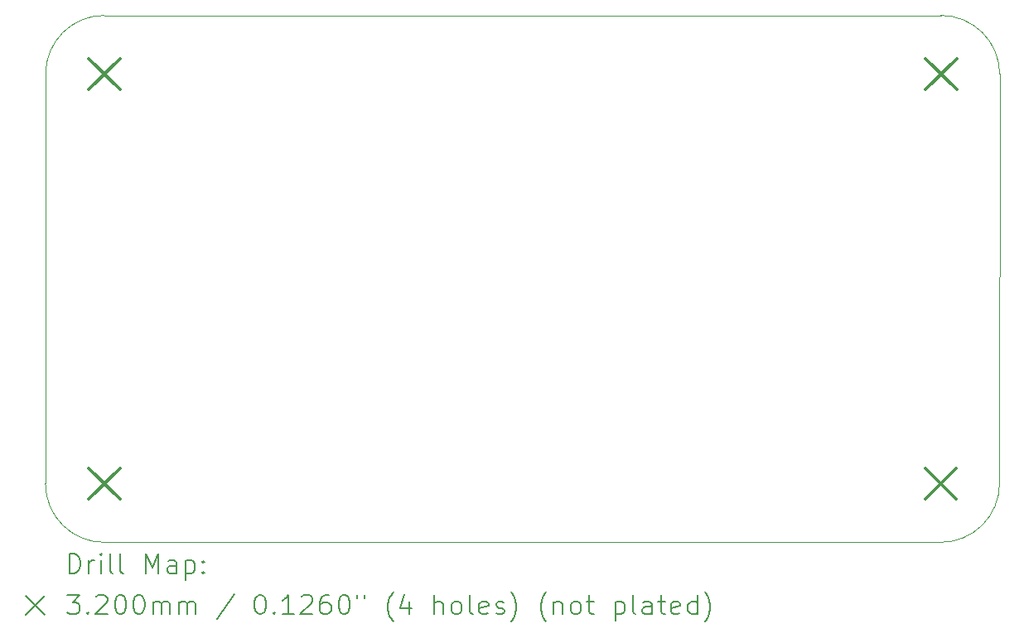
<source format=gbr>
%TF.GenerationSoftware,KiCad,Pcbnew,7.0.1*%
%TF.CreationDate,2025-03-09T11:22:31-05:00*%
%TF.ProjectId,Shift Register Mosfet Array V3,53686966-7420-4526-9567-697374657220,rev?*%
%TF.SameCoordinates,Original*%
%TF.FileFunction,Drillmap*%
%TF.FilePolarity,Positive*%
%FSLAX45Y45*%
G04 Gerber Fmt 4.5, Leading zero omitted, Abs format (unit mm)*
G04 Created by KiCad (PCBNEW 7.0.1) date 2025-03-09 11:22:31*
%MOMM*%
%LPD*%
G01*
G04 APERTURE LIST*
%ADD10C,0.100000*%
%ADD11C,0.200000*%
%ADD12C,0.320000*%
G04 APERTURE END LIST*
D10*
X15400000Y-8899600D02*
X6850000Y-8899600D01*
X16000000Y-9499600D02*
G75*
G03*
X15400000Y-8899600I-600000J0D01*
G01*
X6850000Y-8899600D02*
G75*
G03*
X6250000Y-9499600I0J-600000D01*
G01*
X6848400Y-14290600D02*
X15398400Y-14290600D01*
X15398400Y-14290600D02*
G75*
G03*
X15998400Y-13690600I0J600000D01*
G01*
X6250000Y-9499600D02*
X6248400Y-13690600D01*
X6248400Y-13690600D02*
G75*
G03*
X6848400Y-14290600I600000J0D01*
G01*
X15998400Y-13690600D02*
X16000000Y-9499600D01*
D11*
D12*
X6688400Y-13530600D02*
X7008400Y-13850600D01*
X7008400Y-13530600D02*
X6688400Y-13850600D01*
X6690000Y-9339600D02*
X7010000Y-9659600D01*
X7010000Y-9339600D02*
X6690000Y-9659600D01*
X15238400Y-13530600D02*
X15558400Y-13850600D01*
X15558400Y-13530600D02*
X15238400Y-13850600D01*
X15240000Y-9339600D02*
X15560000Y-9659600D01*
X15560000Y-9339600D02*
X15240000Y-9659600D01*
D11*
X6491019Y-14608124D02*
X6491019Y-14408124D01*
X6491019Y-14408124D02*
X6538638Y-14408124D01*
X6538638Y-14408124D02*
X6567209Y-14417648D01*
X6567209Y-14417648D02*
X6586257Y-14436695D01*
X6586257Y-14436695D02*
X6595781Y-14455743D01*
X6595781Y-14455743D02*
X6605305Y-14493838D01*
X6605305Y-14493838D02*
X6605305Y-14522409D01*
X6605305Y-14522409D02*
X6595781Y-14560505D01*
X6595781Y-14560505D02*
X6586257Y-14579552D01*
X6586257Y-14579552D02*
X6567209Y-14598600D01*
X6567209Y-14598600D02*
X6538638Y-14608124D01*
X6538638Y-14608124D02*
X6491019Y-14608124D01*
X6691019Y-14608124D02*
X6691019Y-14474790D01*
X6691019Y-14512886D02*
X6700543Y-14493838D01*
X6700543Y-14493838D02*
X6710067Y-14484314D01*
X6710067Y-14484314D02*
X6729114Y-14474790D01*
X6729114Y-14474790D02*
X6748162Y-14474790D01*
X6814828Y-14608124D02*
X6814828Y-14474790D01*
X6814828Y-14408124D02*
X6805305Y-14417648D01*
X6805305Y-14417648D02*
X6814828Y-14427171D01*
X6814828Y-14427171D02*
X6824352Y-14417648D01*
X6824352Y-14417648D02*
X6814828Y-14408124D01*
X6814828Y-14408124D02*
X6814828Y-14427171D01*
X6938638Y-14608124D02*
X6919590Y-14598600D01*
X6919590Y-14598600D02*
X6910067Y-14579552D01*
X6910067Y-14579552D02*
X6910067Y-14408124D01*
X7043400Y-14608124D02*
X7024352Y-14598600D01*
X7024352Y-14598600D02*
X7014828Y-14579552D01*
X7014828Y-14579552D02*
X7014828Y-14408124D01*
X7271971Y-14608124D02*
X7271971Y-14408124D01*
X7271971Y-14408124D02*
X7338638Y-14550981D01*
X7338638Y-14550981D02*
X7405305Y-14408124D01*
X7405305Y-14408124D02*
X7405305Y-14608124D01*
X7586257Y-14608124D02*
X7586257Y-14503362D01*
X7586257Y-14503362D02*
X7576733Y-14484314D01*
X7576733Y-14484314D02*
X7557686Y-14474790D01*
X7557686Y-14474790D02*
X7519590Y-14474790D01*
X7519590Y-14474790D02*
X7500543Y-14484314D01*
X7586257Y-14598600D02*
X7567209Y-14608124D01*
X7567209Y-14608124D02*
X7519590Y-14608124D01*
X7519590Y-14608124D02*
X7500543Y-14598600D01*
X7500543Y-14598600D02*
X7491019Y-14579552D01*
X7491019Y-14579552D02*
X7491019Y-14560505D01*
X7491019Y-14560505D02*
X7500543Y-14541457D01*
X7500543Y-14541457D02*
X7519590Y-14531933D01*
X7519590Y-14531933D02*
X7567209Y-14531933D01*
X7567209Y-14531933D02*
X7586257Y-14522409D01*
X7681495Y-14474790D02*
X7681495Y-14674790D01*
X7681495Y-14484314D02*
X7700543Y-14474790D01*
X7700543Y-14474790D02*
X7738638Y-14474790D01*
X7738638Y-14474790D02*
X7757686Y-14484314D01*
X7757686Y-14484314D02*
X7767209Y-14493838D01*
X7767209Y-14493838D02*
X7776733Y-14512886D01*
X7776733Y-14512886D02*
X7776733Y-14570028D01*
X7776733Y-14570028D02*
X7767209Y-14589076D01*
X7767209Y-14589076D02*
X7757686Y-14598600D01*
X7757686Y-14598600D02*
X7738638Y-14608124D01*
X7738638Y-14608124D02*
X7700543Y-14608124D01*
X7700543Y-14608124D02*
X7681495Y-14598600D01*
X7862448Y-14589076D02*
X7871971Y-14598600D01*
X7871971Y-14598600D02*
X7862448Y-14608124D01*
X7862448Y-14608124D02*
X7852924Y-14598600D01*
X7852924Y-14598600D02*
X7862448Y-14589076D01*
X7862448Y-14589076D02*
X7862448Y-14608124D01*
X7862448Y-14484314D02*
X7871971Y-14493838D01*
X7871971Y-14493838D02*
X7862448Y-14503362D01*
X7862448Y-14503362D02*
X7852924Y-14493838D01*
X7852924Y-14493838D02*
X7862448Y-14484314D01*
X7862448Y-14484314D02*
X7862448Y-14503362D01*
X6043400Y-14835600D02*
X6243400Y-15035600D01*
X6243400Y-14835600D02*
X6043400Y-15035600D01*
X6471971Y-14828124D02*
X6595781Y-14828124D01*
X6595781Y-14828124D02*
X6529114Y-14904314D01*
X6529114Y-14904314D02*
X6557686Y-14904314D01*
X6557686Y-14904314D02*
X6576733Y-14913838D01*
X6576733Y-14913838D02*
X6586257Y-14923362D01*
X6586257Y-14923362D02*
X6595781Y-14942409D01*
X6595781Y-14942409D02*
X6595781Y-14990028D01*
X6595781Y-14990028D02*
X6586257Y-15009076D01*
X6586257Y-15009076D02*
X6576733Y-15018600D01*
X6576733Y-15018600D02*
X6557686Y-15028124D01*
X6557686Y-15028124D02*
X6500543Y-15028124D01*
X6500543Y-15028124D02*
X6481495Y-15018600D01*
X6481495Y-15018600D02*
X6471971Y-15009076D01*
X6681495Y-15009076D02*
X6691019Y-15018600D01*
X6691019Y-15018600D02*
X6681495Y-15028124D01*
X6681495Y-15028124D02*
X6671971Y-15018600D01*
X6671971Y-15018600D02*
X6681495Y-15009076D01*
X6681495Y-15009076D02*
X6681495Y-15028124D01*
X6767209Y-14847171D02*
X6776733Y-14837648D01*
X6776733Y-14837648D02*
X6795781Y-14828124D01*
X6795781Y-14828124D02*
X6843400Y-14828124D01*
X6843400Y-14828124D02*
X6862448Y-14837648D01*
X6862448Y-14837648D02*
X6871971Y-14847171D01*
X6871971Y-14847171D02*
X6881495Y-14866219D01*
X6881495Y-14866219D02*
X6881495Y-14885267D01*
X6881495Y-14885267D02*
X6871971Y-14913838D01*
X6871971Y-14913838D02*
X6757686Y-15028124D01*
X6757686Y-15028124D02*
X6881495Y-15028124D01*
X7005305Y-14828124D02*
X7024352Y-14828124D01*
X7024352Y-14828124D02*
X7043400Y-14837648D01*
X7043400Y-14837648D02*
X7052924Y-14847171D01*
X7052924Y-14847171D02*
X7062448Y-14866219D01*
X7062448Y-14866219D02*
X7071971Y-14904314D01*
X7071971Y-14904314D02*
X7071971Y-14951933D01*
X7071971Y-14951933D02*
X7062448Y-14990028D01*
X7062448Y-14990028D02*
X7052924Y-15009076D01*
X7052924Y-15009076D02*
X7043400Y-15018600D01*
X7043400Y-15018600D02*
X7024352Y-15028124D01*
X7024352Y-15028124D02*
X7005305Y-15028124D01*
X7005305Y-15028124D02*
X6986257Y-15018600D01*
X6986257Y-15018600D02*
X6976733Y-15009076D01*
X6976733Y-15009076D02*
X6967209Y-14990028D01*
X6967209Y-14990028D02*
X6957686Y-14951933D01*
X6957686Y-14951933D02*
X6957686Y-14904314D01*
X6957686Y-14904314D02*
X6967209Y-14866219D01*
X6967209Y-14866219D02*
X6976733Y-14847171D01*
X6976733Y-14847171D02*
X6986257Y-14837648D01*
X6986257Y-14837648D02*
X7005305Y-14828124D01*
X7195781Y-14828124D02*
X7214829Y-14828124D01*
X7214829Y-14828124D02*
X7233876Y-14837648D01*
X7233876Y-14837648D02*
X7243400Y-14847171D01*
X7243400Y-14847171D02*
X7252924Y-14866219D01*
X7252924Y-14866219D02*
X7262448Y-14904314D01*
X7262448Y-14904314D02*
X7262448Y-14951933D01*
X7262448Y-14951933D02*
X7252924Y-14990028D01*
X7252924Y-14990028D02*
X7243400Y-15009076D01*
X7243400Y-15009076D02*
X7233876Y-15018600D01*
X7233876Y-15018600D02*
X7214829Y-15028124D01*
X7214829Y-15028124D02*
X7195781Y-15028124D01*
X7195781Y-15028124D02*
X7176733Y-15018600D01*
X7176733Y-15018600D02*
X7167209Y-15009076D01*
X7167209Y-15009076D02*
X7157686Y-14990028D01*
X7157686Y-14990028D02*
X7148162Y-14951933D01*
X7148162Y-14951933D02*
X7148162Y-14904314D01*
X7148162Y-14904314D02*
X7157686Y-14866219D01*
X7157686Y-14866219D02*
X7167209Y-14847171D01*
X7167209Y-14847171D02*
X7176733Y-14837648D01*
X7176733Y-14837648D02*
X7195781Y-14828124D01*
X7348162Y-15028124D02*
X7348162Y-14894790D01*
X7348162Y-14913838D02*
X7357686Y-14904314D01*
X7357686Y-14904314D02*
X7376733Y-14894790D01*
X7376733Y-14894790D02*
X7405305Y-14894790D01*
X7405305Y-14894790D02*
X7424352Y-14904314D01*
X7424352Y-14904314D02*
X7433876Y-14923362D01*
X7433876Y-14923362D02*
X7433876Y-15028124D01*
X7433876Y-14923362D02*
X7443400Y-14904314D01*
X7443400Y-14904314D02*
X7462448Y-14894790D01*
X7462448Y-14894790D02*
X7491019Y-14894790D01*
X7491019Y-14894790D02*
X7510067Y-14904314D01*
X7510067Y-14904314D02*
X7519590Y-14923362D01*
X7519590Y-14923362D02*
X7519590Y-15028124D01*
X7614829Y-15028124D02*
X7614829Y-14894790D01*
X7614829Y-14913838D02*
X7624352Y-14904314D01*
X7624352Y-14904314D02*
X7643400Y-14894790D01*
X7643400Y-14894790D02*
X7671971Y-14894790D01*
X7671971Y-14894790D02*
X7691019Y-14904314D01*
X7691019Y-14904314D02*
X7700543Y-14923362D01*
X7700543Y-14923362D02*
X7700543Y-15028124D01*
X7700543Y-14923362D02*
X7710067Y-14904314D01*
X7710067Y-14904314D02*
X7729114Y-14894790D01*
X7729114Y-14894790D02*
X7757686Y-14894790D01*
X7757686Y-14894790D02*
X7776733Y-14904314D01*
X7776733Y-14904314D02*
X7786257Y-14923362D01*
X7786257Y-14923362D02*
X7786257Y-15028124D01*
X8176733Y-14818600D02*
X8005305Y-15075743D01*
X8433876Y-14828124D02*
X8452924Y-14828124D01*
X8452924Y-14828124D02*
X8471972Y-14837648D01*
X8471972Y-14837648D02*
X8481495Y-14847171D01*
X8481495Y-14847171D02*
X8491019Y-14866219D01*
X8491019Y-14866219D02*
X8500543Y-14904314D01*
X8500543Y-14904314D02*
X8500543Y-14951933D01*
X8500543Y-14951933D02*
X8491019Y-14990028D01*
X8491019Y-14990028D02*
X8481495Y-15009076D01*
X8481495Y-15009076D02*
X8471972Y-15018600D01*
X8471972Y-15018600D02*
X8452924Y-15028124D01*
X8452924Y-15028124D02*
X8433876Y-15028124D01*
X8433876Y-15028124D02*
X8414829Y-15018600D01*
X8414829Y-15018600D02*
X8405305Y-15009076D01*
X8405305Y-15009076D02*
X8395781Y-14990028D01*
X8395781Y-14990028D02*
X8386257Y-14951933D01*
X8386257Y-14951933D02*
X8386257Y-14904314D01*
X8386257Y-14904314D02*
X8395781Y-14866219D01*
X8395781Y-14866219D02*
X8405305Y-14847171D01*
X8405305Y-14847171D02*
X8414829Y-14837648D01*
X8414829Y-14837648D02*
X8433876Y-14828124D01*
X8586257Y-15009076D02*
X8595781Y-15018600D01*
X8595781Y-15018600D02*
X8586257Y-15028124D01*
X8586257Y-15028124D02*
X8576734Y-15018600D01*
X8576734Y-15018600D02*
X8586257Y-15009076D01*
X8586257Y-15009076D02*
X8586257Y-15028124D01*
X8786257Y-15028124D02*
X8671972Y-15028124D01*
X8729114Y-15028124D02*
X8729114Y-14828124D01*
X8729114Y-14828124D02*
X8710067Y-14856695D01*
X8710067Y-14856695D02*
X8691019Y-14875743D01*
X8691019Y-14875743D02*
X8671972Y-14885267D01*
X8862448Y-14847171D02*
X8871972Y-14837648D01*
X8871972Y-14837648D02*
X8891019Y-14828124D01*
X8891019Y-14828124D02*
X8938638Y-14828124D01*
X8938638Y-14828124D02*
X8957686Y-14837648D01*
X8957686Y-14837648D02*
X8967210Y-14847171D01*
X8967210Y-14847171D02*
X8976734Y-14866219D01*
X8976734Y-14866219D02*
X8976734Y-14885267D01*
X8976734Y-14885267D02*
X8967210Y-14913838D01*
X8967210Y-14913838D02*
X8852924Y-15028124D01*
X8852924Y-15028124D02*
X8976734Y-15028124D01*
X9148162Y-14828124D02*
X9110067Y-14828124D01*
X9110067Y-14828124D02*
X9091019Y-14837648D01*
X9091019Y-14837648D02*
X9081495Y-14847171D01*
X9081495Y-14847171D02*
X9062448Y-14875743D01*
X9062448Y-14875743D02*
X9052924Y-14913838D01*
X9052924Y-14913838D02*
X9052924Y-14990028D01*
X9052924Y-14990028D02*
X9062448Y-15009076D01*
X9062448Y-15009076D02*
X9071972Y-15018600D01*
X9071972Y-15018600D02*
X9091019Y-15028124D01*
X9091019Y-15028124D02*
X9129115Y-15028124D01*
X9129115Y-15028124D02*
X9148162Y-15018600D01*
X9148162Y-15018600D02*
X9157686Y-15009076D01*
X9157686Y-15009076D02*
X9167210Y-14990028D01*
X9167210Y-14990028D02*
X9167210Y-14942409D01*
X9167210Y-14942409D02*
X9157686Y-14923362D01*
X9157686Y-14923362D02*
X9148162Y-14913838D01*
X9148162Y-14913838D02*
X9129115Y-14904314D01*
X9129115Y-14904314D02*
X9091019Y-14904314D01*
X9091019Y-14904314D02*
X9071972Y-14913838D01*
X9071972Y-14913838D02*
X9062448Y-14923362D01*
X9062448Y-14923362D02*
X9052924Y-14942409D01*
X9291019Y-14828124D02*
X9310067Y-14828124D01*
X9310067Y-14828124D02*
X9329115Y-14837648D01*
X9329115Y-14837648D02*
X9338638Y-14847171D01*
X9338638Y-14847171D02*
X9348162Y-14866219D01*
X9348162Y-14866219D02*
X9357686Y-14904314D01*
X9357686Y-14904314D02*
X9357686Y-14951933D01*
X9357686Y-14951933D02*
X9348162Y-14990028D01*
X9348162Y-14990028D02*
X9338638Y-15009076D01*
X9338638Y-15009076D02*
X9329115Y-15018600D01*
X9329115Y-15018600D02*
X9310067Y-15028124D01*
X9310067Y-15028124D02*
X9291019Y-15028124D01*
X9291019Y-15028124D02*
X9271972Y-15018600D01*
X9271972Y-15018600D02*
X9262448Y-15009076D01*
X9262448Y-15009076D02*
X9252924Y-14990028D01*
X9252924Y-14990028D02*
X9243400Y-14951933D01*
X9243400Y-14951933D02*
X9243400Y-14904314D01*
X9243400Y-14904314D02*
X9252924Y-14866219D01*
X9252924Y-14866219D02*
X9262448Y-14847171D01*
X9262448Y-14847171D02*
X9271972Y-14837648D01*
X9271972Y-14837648D02*
X9291019Y-14828124D01*
X9433876Y-14828124D02*
X9433876Y-14866219D01*
X9510067Y-14828124D02*
X9510067Y-14866219D01*
X9805305Y-15104314D02*
X9795781Y-15094790D01*
X9795781Y-15094790D02*
X9776734Y-15066219D01*
X9776734Y-15066219D02*
X9767210Y-15047171D01*
X9767210Y-15047171D02*
X9757686Y-15018600D01*
X9757686Y-15018600D02*
X9748162Y-14970981D01*
X9748162Y-14970981D02*
X9748162Y-14932886D01*
X9748162Y-14932886D02*
X9757686Y-14885267D01*
X9757686Y-14885267D02*
X9767210Y-14856695D01*
X9767210Y-14856695D02*
X9776734Y-14837648D01*
X9776734Y-14837648D02*
X9795781Y-14809076D01*
X9795781Y-14809076D02*
X9805305Y-14799552D01*
X9967210Y-14894790D02*
X9967210Y-15028124D01*
X9919591Y-14818600D02*
X9871972Y-14961457D01*
X9871972Y-14961457D02*
X9995781Y-14961457D01*
X10224353Y-15028124D02*
X10224353Y-14828124D01*
X10310067Y-15028124D02*
X10310067Y-14923362D01*
X10310067Y-14923362D02*
X10300543Y-14904314D01*
X10300543Y-14904314D02*
X10281496Y-14894790D01*
X10281496Y-14894790D02*
X10252924Y-14894790D01*
X10252924Y-14894790D02*
X10233877Y-14904314D01*
X10233877Y-14904314D02*
X10224353Y-14913838D01*
X10433877Y-15028124D02*
X10414829Y-15018600D01*
X10414829Y-15018600D02*
X10405305Y-15009076D01*
X10405305Y-15009076D02*
X10395781Y-14990028D01*
X10395781Y-14990028D02*
X10395781Y-14932886D01*
X10395781Y-14932886D02*
X10405305Y-14913838D01*
X10405305Y-14913838D02*
X10414829Y-14904314D01*
X10414829Y-14904314D02*
X10433877Y-14894790D01*
X10433877Y-14894790D02*
X10462448Y-14894790D01*
X10462448Y-14894790D02*
X10481496Y-14904314D01*
X10481496Y-14904314D02*
X10491019Y-14913838D01*
X10491019Y-14913838D02*
X10500543Y-14932886D01*
X10500543Y-14932886D02*
X10500543Y-14990028D01*
X10500543Y-14990028D02*
X10491019Y-15009076D01*
X10491019Y-15009076D02*
X10481496Y-15018600D01*
X10481496Y-15018600D02*
X10462448Y-15028124D01*
X10462448Y-15028124D02*
X10433877Y-15028124D01*
X10614829Y-15028124D02*
X10595781Y-15018600D01*
X10595781Y-15018600D02*
X10586258Y-14999552D01*
X10586258Y-14999552D02*
X10586258Y-14828124D01*
X10767210Y-15018600D02*
X10748162Y-15028124D01*
X10748162Y-15028124D02*
X10710067Y-15028124D01*
X10710067Y-15028124D02*
X10691019Y-15018600D01*
X10691019Y-15018600D02*
X10681496Y-14999552D01*
X10681496Y-14999552D02*
X10681496Y-14923362D01*
X10681496Y-14923362D02*
X10691019Y-14904314D01*
X10691019Y-14904314D02*
X10710067Y-14894790D01*
X10710067Y-14894790D02*
X10748162Y-14894790D01*
X10748162Y-14894790D02*
X10767210Y-14904314D01*
X10767210Y-14904314D02*
X10776734Y-14923362D01*
X10776734Y-14923362D02*
X10776734Y-14942409D01*
X10776734Y-14942409D02*
X10681496Y-14961457D01*
X10852924Y-15018600D02*
X10871972Y-15028124D01*
X10871972Y-15028124D02*
X10910067Y-15028124D01*
X10910067Y-15028124D02*
X10929115Y-15018600D01*
X10929115Y-15018600D02*
X10938639Y-14999552D01*
X10938639Y-14999552D02*
X10938639Y-14990028D01*
X10938639Y-14990028D02*
X10929115Y-14970981D01*
X10929115Y-14970981D02*
X10910067Y-14961457D01*
X10910067Y-14961457D02*
X10881496Y-14961457D01*
X10881496Y-14961457D02*
X10862448Y-14951933D01*
X10862448Y-14951933D02*
X10852924Y-14932886D01*
X10852924Y-14932886D02*
X10852924Y-14923362D01*
X10852924Y-14923362D02*
X10862448Y-14904314D01*
X10862448Y-14904314D02*
X10881496Y-14894790D01*
X10881496Y-14894790D02*
X10910067Y-14894790D01*
X10910067Y-14894790D02*
X10929115Y-14904314D01*
X11005305Y-15104314D02*
X11014829Y-15094790D01*
X11014829Y-15094790D02*
X11033877Y-15066219D01*
X11033877Y-15066219D02*
X11043400Y-15047171D01*
X11043400Y-15047171D02*
X11052924Y-15018600D01*
X11052924Y-15018600D02*
X11062448Y-14970981D01*
X11062448Y-14970981D02*
X11062448Y-14932886D01*
X11062448Y-14932886D02*
X11052924Y-14885267D01*
X11052924Y-14885267D02*
X11043400Y-14856695D01*
X11043400Y-14856695D02*
X11033877Y-14837648D01*
X11033877Y-14837648D02*
X11014829Y-14809076D01*
X11014829Y-14809076D02*
X11005305Y-14799552D01*
X11367210Y-15104314D02*
X11357686Y-15094790D01*
X11357686Y-15094790D02*
X11338638Y-15066219D01*
X11338638Y-15066219D02*
X11329115Y-15047171D01*
X11329115Y-15047171D02*
X11319591Y-15018600D01*
X11319591Y-15018600D02*
X11310067Y-14970981D01*
X11310067Y-14970981D02*
X11310067Y-14932886D01*
X11310067Y-14932886D02*
X11319591Y-14885267D01*
X11319591Y-14885267D02*
X11329115Y-14856695D01*
X11329115Y-14856695D02*
X11338638Y-14837648D01*
X11338638Y-14837648D02*
X11357686Y-14809076D01*
X11357686Y-14809076D02*
X11367210Y-14799552D01*
X11443400Y-14894790D02*
X11443400Y-15028124D01*
X11443400Y-14913838D02*
X11452924Y-14904314D01*
X11452924Y-14904314D02*
X11471972Y-14894790D01*
X11471972Y-14894790D02*
X11500543Y-14894790D01*
X11500543Y-14894790D02*
X11519591Y-14904314D01*
X11519591Y-14904314D02*
X11529115Y-14923362D01*
X11529115Y-14923362D02*
X11529115Y-15028124D01*
X11652924Y-15028124D02*
X11633877Y-15018600D01*
X11633877Y-15018600D02*
X11624353Y-15009076D01*
X11624353Y-15009076D02*
X11614829Y-14990028D01*
X11614829Y-14990028D02*
X11614829Y-14932886D01*
X11614829Y-14932886D02*
X11624353Y-14913838D01*
X11624353Y-14913838D02*
X11633877Y-14904314D01*
X11633877Y-14904314D02*
X11652924Y-14894790D01*
X11652924Y-14894790D02*
X11681496Y-14894790D01*
X11681496Y-14894790D02*
X11700543Y-14904314D01*
X11700543Y-14904314D02*
X11710067Y-14913838D01*
X11710067Y-14913838D02*
X11719591Y-14932886D01*
X11719591Y-14932886D02*
X11719591Y-14990028D01*
X11719591Y-14990028D02*
X11710067Y-15009076D01*
X11710067Y-15009076D02*
X11700543Y-15018600D01*
X11700543Y-15018600D02*
X11681496Y-15028124D01*
X11681496Y-15028124D02*
X11652924Y-15028124D01*
X11776734Y-14894790D02*
X11852924Y-14894790D01*
X11805305Y-14828124D02*
X11805305Y-14999552D01*
X11805305Y-14999552D02*
X11814829Y-15018600D01*
X11814829Y-15018600D02*
X11833877Y-15028124D01*
X11833877Y-15028124D02*
X11852924Y-15028124D01*
X12071972Y-14894790D02*
X12071972Y-15094790D01*
X12071972Y-14904314D02*
X12091019Y-14894790D01*
X12091019Y-14894790D02*
X12129115Y-14894790D01*
X12129115Y-14894790D02*
X12148162Y-14904314D01*
X12148162Y-14904314D02*
X12157686Y-14913838D01*
X12157686Y-14913838D02*
X12167210Y-14932886D01*
X12167210Y-14932886D02*
X12167210Y-14990028D01*
X12167210Y-14990028D02*
X12157686Y-15009076D01*
X12157686Y-15009076D02*
X12148162Y-15018600D01*
X12148162Y-15018600D02*
X12129115Y-15028124D01*
X12129115Y-15028124D02*
X12091019Y-15028124D01*
X12091019Y-15028124D02*
X12071972Y-15018600D01*
X12281496Y-15028124D02*
X12262448Y-15018600D01*
X12262448Y-15018600D02*
X12252924Y-14999552D01*
X12252924Y-14999552D02*
X12252924Y-14828124D01*
X12443400Y-15028124D02*
X12443400Y-14923362D01*
X12443400Y-14923362D02*
X12433877Y-14904314D01*
X12433877Y-14904314D02*
X12414829Y-14894790D01*
X12414829Y-14894790D02*
X12376734Y-14894790D01*
X12376734Y-14894790D02*
X12357686Y-14904314D01*
X12443400Y-15018600D02*
X12424353Y-15028124D01*
X12424353Y-15028124D02*
X12376734Y-15028124D01*
X12376734Y-15028124D02*
X12357686Y-15018600D01*
X12357686Y-15018600D02*
X12348162Y-14999552D01*
X12348162Y-14999552D02*
X12348162Y-14980505D01*
X12348162Y-14980505D02*
X12357686Y-14961457D01*
X12357686Y-14961457D02*
X12376734Y-14951933D01*
X12376734Y-14951933D02*
X12424353Y-14951933D01*
X12424353Y-14951933D02*
X12443400Y-14942409D01*
X12510067Y-14894790D02*
X12586258Y-14894790D01*
X12538639Y-14828124D02*
X12538639Y-14999552D01*
X12538639Y-14999552D02*
X12548162Y-15018600D01*
X12548162Y-15018600D02*
X12567210Y-15028124D01*
X12567210Y-15028124D02*
X12586258Y-15028124D01*
X12729115Y-15018600D02*
X12710067Y-15028124D01*
X12710067Y-15028124D02*
X12671972Y-15028124D01*
X12671972Y-15028124D02*
X12652924Y-15018600D01*
X12652924Y-15018600D02*
X12643400Y-14999552D01*
X12643400Y-14999552D02*
X12643400Y-14923362D01*
X12643400Y-14923362D02*
X12652924Y-14904314D01*
X12652924Y-14904314D02*
X12671972Y-14894790D01*
X12671972Y-14894790D02*
X12710067Y-14894790D01*
X12710067Y-14894790D02*
X12729115Y-14904314D01*
X12729115Y-14904314D02*
X12738639Y-14923362D01*
X12738639Y-14923362D02*
X12738639Y-14942409D01*
X12738639Y-14942409D02*
X12643400Y-14961457D01*
X12910067Y-15028124D02*
X12910067Y-14828124D01*
X12910067Y-15018600D02*
X12891020Y-15028124D01*
X12891020Y-15028124D02*
X12852924Y-15028124D01*
X12852924Y-15028124D02*
X12833877Y-15018600D01*
X12833877Y-15018600D02*
X12824353Y-15009076D01*
X12824353Y-15009076D02*
X12814829Y-14990028D01*
X12814829Y-14990028D02*
X12814829Y-14932886D01*
X12814829Y-14932886D02*
X12824353Y-14913838D01*
X12824353Y-14913838D02*
X12833877Y-14904314D01*
X12833877Y-14904314D02*
X12852924Y-14894790D01*
X12852924Y-14894790D02*
X12891020Y-14894790D01*
X12891020Y-14894790D02*
X12910067Y-14904314D01*
X12986258Y-15104314D02*
X12995781Y-15094790D01*
X12995781Y-15094790D02*
X13014829Y-15066219D01*
X13014829Y-15066219D02*
X13024353Y-15047171D01*
X13024353Y-15047171D02*
X13033877Y-15018600D01*
X13033877Y-15018600D02*
X13043400Y-14970981D01*
X13043400Y-14970981D02*
X13043400Y-14932886D01*
X13043400Y-14932886D02*
X13033877Y-14885267D01*
X13033877Y-14885267D02*
X13024353Y-14856695D01*
X13024353Y-14856695D02*
X13014829Y-14837648D01*
X13014829Y-14837648D02*
X12995781Y-14809076D01*
X12995781Y-14809076D02*
X12986258Y-14799552D01*
M02*

</source>
